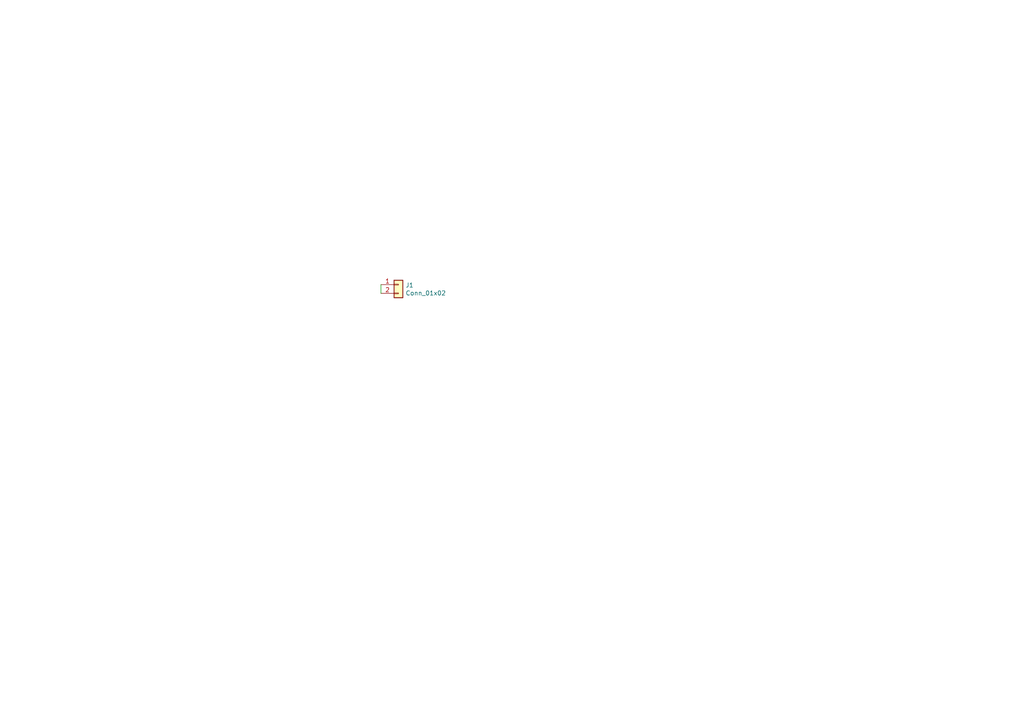
<source format=kicad_sch>
(kicad_sch (version 20200512) (host eeschema "5.99.0-unknown-ad88874~101~ubuntu20.04.1")
  (page 1 1)
  (paper "A4")
  (lib_symbols
    (symbol "Connector_Generic:Conn_01x02" (pin_names hide)
      (property "Reference" "J" (at 0 2.54 0))
      (property "Value" "Conn_01x02" (at 0 -5.08 0))
      (symbol "Conn_01x02_1_1"
        (rectangle (start -1.27 -2.413) (end 0 -2.667))
        (rectangle (start -1.27 0.127) (end 0 -0.127))
        (rectangle (start -1.27 1.27) (end 1.27 -3.81) (stroke (width 0.254)) (fill (type background)))
        (pin passive line (at -5.08 0 0) (length 3.81) (name "Pin_1") (number "1"))
        (pin passive line (at -5.08 -2.54 0) (length 3.81) (name "Pin_2") (number "2"))
      )
    )
  )
  (wire (pts (xy 110.49 82.55) (xy 110.49 85.09)))
  (symbol (lib_id "Connector_Generic:Conn_01x02") (at 115.57 82.55 0) (unit 1)
    (property "Reference" "J1" (at 117.6021 82.7214 0) (effects (justify left)))
    (property "Value" "Conn_01x02" (at 117.6021 85.0201 0) (effects (justify left)))
    (property "Footprint" "Connector_PinHeader_2.54mm:PinHeader_1x02_P2.54mm_Vertical" (effects hide))
  )
)
</source>
